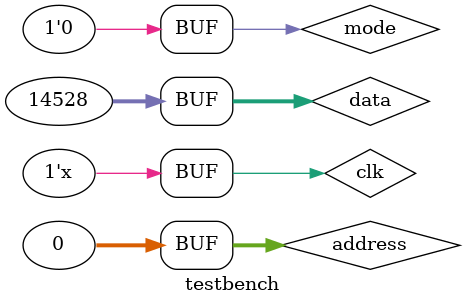
<source format=v>
module testbench;

reg [31:0] address, data;
reg mode, clk;
wire [31:0] out;

cache_and_ram tb(
	.address(address),
	.data(data),
	.mode(mode),
	.clk(clk),
	.out(out)
);

initial
begin
	clk = 1'b1;
	
	address = 32'b00000000000000000000000000000000;			// 0
	data =    32'b00000000000000000011100011000000;			// 14528
	mode = 1'b1;
	
	#200
	address = 32'b10100111111001011111101111011100;			// 2816867292 % size = 3036
	data =    32'b00000000000010000000100001010101;			// 526421
	mode = 1'b1;
	
	#200
	address = 32'b00000000000011110100011111010001;			// 1001425 % size = 2001
	data =    32'b00000001100000110001101100010110;			// 25369366
	mode = 1'b1;

	#200
	address = 32'b10100111111001011111101111011100;			// 2816867292 % size = 3036
	data =    32'b00000000000000000011100011000000;			// 14528
	mode = 1'b1;

	#200
	address = 32'b00000000000011110100011111010001;			// 1001425 % size = 2001
	data =    32'b00000000000000000011100011000000;			// 14528
	mode = 1'b1;

	#200
	address = 32'b00000000000011110100011111010001;			// 1001425 % size = 2001
	data =    32'b00000000000000000000000000000000;			// 0
	mode = 1'b0;
	
	#200
	address = 32'b10100111111001011111101111011100;			// 2816867292 % size = 3036
	data =    32'b00000000000000000000000000000000;			// 0
	mode = 1'b0;
		
	#200
	address = 32'b00000000000000000000000000000000;			// 0
	data =    32'b00000000000000000011100011000000;			// 14528
	mode = 1'b0;
end

initial
$monitor("address = %d data = %d mode = %d out = %d", address, data, mode, out);

always #25 clk = ~clk;

endmodule 

</source>
